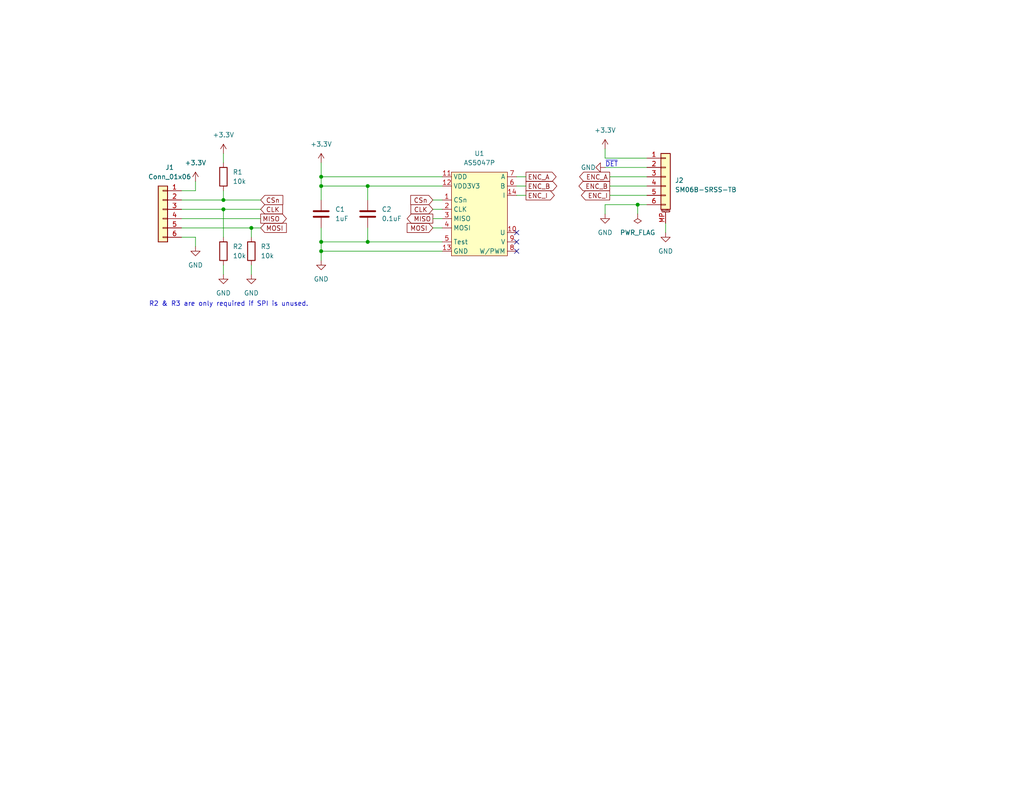
<source format=kicad_sch>
(kicad_sch (version 20230121) (generator eeschema)
  (paper "A")
  (lib_symbols
    (symbol "Connector_Generic:Conn_01x06" (pin_names (offset 1.016) hide)
      (property "Reference" "J" (at 0 7.62 0))
      (property "Value" "Conn_01x06" (at 0 -10.16 0))
      (symbol "Conn_01x06_1_1"
        (rectangle (start -1.27 -7.493) (end 0 -7.747) (stroke (width 0.1524)))
        (rectangle (start -1.27 -4.953) (end 0 -5.207) (stroke (width 0.1524)))
        (rectangle (start -1.27 -2.413) (end 0 -2.667) (stroke (width 0.1524)))
        (rectangle (start -1.27 0.127) (end 0 -0.127) (stroke (width 0.1524)))
        (rectangle (start -1.27 2.667) (end 0 2.413) (stroke (width 0.1524)))
        (rectangle (start -1.27 5.207) (end 0 4.953) (stroke (width 0.1524)))
        (rectangle (start -1.27 6.35) (end 1.27 -8.89) (stroke (width 0.254)) (fill (type background)))
        (pin passive line (at -5.08 5.08 0) (length 3.81) (name "Pin_1") (number "1"))
        (pin passive line (at -5.08 2.54 0) (length 3.81) (name "Pin_2") (number "2"))
        (pin passive line (at -5.08 0 0) (length 3.81) (name "Pin_3") (number "3"))
        (pin passive line (at -5.08 -2.54 0) (length 3.81) (name "Pin_4") (number "4"))
        (pin passive line (at -5.08 -5.08 0) (length 3.81) (name "Pin_5") (number "5"))
        (pin passive line (at -5.08 -7.62 0) (length 3.81) (name "Pin_6") (number "6"))
      )
    )
    (symbol "Connector_Generic_MountingPin:Conn_01x06_MountingPin" (pin_names (offset 1.016) hide)
      (property "Reference" "J" (at 0 7.62 0))
      (property "Value" "Conn_01x06_MountingPin" (at 1.27 -10.16 0))
      (symbol "Conn_01x06_MountingPin_1_1"
        (rectangle (start -1.27 -7.493) (end 0 -7.747) (stroke (width 0.1524)))
        (rectangle (start -1.27 -4.953) (end 0 -5.207) (stroke (width 0.1524)))
        (rectangle (start -1.27 -2.413) (end 0 -2.667) (stroke (width 0.1524)))
        (rectangle (start -1.27 0.127) (end 0 -0.127) (stroke (width 0.1524)))
        (rectangle (start -1.27 2.667) (end 0 2.413) (stroke (width 0.1524)))
        (rectangle (start -1.27 5.207) (end 0 4.953) (stroke (width 0.1524)))
        (rectangle (start -1.27 6.35) (end 1.27 -8.89) (stroke (width 0.254)) (fill (type background)))
        (polyline (pts (xy -1.016 -9.652) (xy 1.016 -9.652)) (stroke (width 0.1524)))
        (text "Mounting" (at 0 -9.271 0) (effects (font (size 0.381 0.381))))
        (pin passive line (at -5.08 5.08 0) (length 3.81) (name "Pin_1") (number "1"))
        (pin passive line (at -5.08 2.54 0) (length 3.81) (name "Pin_2") (number "2"))
        (pin passive line (at -5.08 0 0) (length 3.81) (name "Pin_3") (number "3"))
        (pin passive line (at -5.08 -2.54 0) (length 3.81) (name "Pin_4") (number "4"))
        (pin passive line (at -5.08 -5.08 0) (length 3.81) (name "Pin_5") (number "5"))
        (pin passive line (at -5.08 -7.62 0) (length 3.81) (name "Pin_6") (number "6"))
        (pin passive line (at 0 -12.7 90) (length 3.048) (name "MountPin") (number "MP"))
      )
    )
    (symbol "Device:C" (pin_numbers hide) (pin_names (offset 0.254))
      (property "Reference" "C" (at 0.635 2.54 0))
      (property "Value" "C" (at 0.635 -2.54 0))
      (symbol "C_0_1"
        (polyline (pts (xy -2.032 -0.762) (xy 2.032 -0.762)) (stroke (width 0.508)))
        (polyline (pts (xy -2.032 0.762) (xy 2.032 0.762)) (stroke (width 0.508)))
      )
      (symbol "C_1_1"
        (pin passive line (at 0 3.81 270) (length 2.794) (name "~") (number "1"))
        (pin passive line (at 0 -3.81 90) (length 2.794) (name "~") (number "2"))
      )
    )
    (symbol "Device:R" (pin_numbers hide) (pin_names (offset 0))
      (property "Reference" "R" (at 2.032 0 90))
      (property "Value" "R" (at 0 0 90))
      (symbol "R_0_1"
        (rectangle (start -1.016 -2.54) (end 1.016 2.54) (stroke (width 0.254)))
      )
      (symbol "R_1_1"
        (pin passive line (at 0 3.81 270) (length 1.27) (name "~") (number "1"))
        (pin passive line (at 0 -3.81 90) (length 1.27) (name "~") (number "2"))
      )
    )
    (symbol "ams:AS5047P"
      (property "Reference" "U" (at -6.35 12.7 0))
      (property "Value" "AS5047P" (at -2.54 -12.7 0))
      (symbol "AS5047P_0_1"
        (rectangle (start -7.62 11.43) (end 7.62 -11.43) (stroke (width 0.1524)) (fill (type background)))
      )
      (symbol "AS5047P_1_1"
        (pin input line (at -10.16 3.81 0) (length 2.54) (name "CSn") (number "1"))
        (pin output line (at 10.16 -5.08 180) (length 2.54) (name "U") (number "10"))
        (pin power_in line (at -10.16 10.16 0) (length 2.54) (name "VDD") (number "11"))
        (pin power_out line (at -10.16 7.62 0) (length 2.54) (name "VDD3V3") (number "12"))
        (pin power_in line (at -10.16 -10.16 0) (length 2.54) (name "GND") (number "13"))
        (pin output line (at 10.16 5.08 180) (length 2.54) (name "I") (number "14"))
        (pin input line (at -10.16 1.27 0) (length 2.54) (name "CLK") (number "2"))
        (pin output line (at -10.16 -1.27 0) (length 2.54) (name "MISO") (number "3"))
        (pin input line (at -10.16 -3.81 0) (length 2.54) (name "MOSI") (number "4"))
        (pin input line (at -10.16 -7.62 0) (length 2.54) (name "Test") (number "5"))
        (pin output line (at 10.16 7.62 180) (length 2.54) (name "B") (number "6"))
        (pin output line (at 10.16 10.16 180) (length 2.54) (name "A") (number "7"))
        (pin output line (at 10.16 -10.16 180) (length 2.54) (name "W/PWM") (number "8"))
        (pin output line (at 10.16 -7.62 180) (length 2.54) (name "V") (number "9"))
      )
    )
    (symbol "power:+3.3V" (power) (pin_names (offset 0))
      (property "Value" "+3.3V" (at 0 3.556 0))
      (symbol "+3.3V_0_1"
        (polyline (pts (xy -0.762 1.27) (xy 0 2.54)))
        (polyline (pts (xy 0 0) (xy 0 2.54)))
        (polyline (pts (xy 0 2.54) (xy 0.762 1.27)))
      )
      (symbol "+3.3V_1_1"
        (pin power_in line (at 0 0 90) (length 0) hide (name "+3.3V") (number "1"))
      )
    )
    (symbol "power:GND" (power) (pin_names (offset 0))
      (property "Value" "GND" (at 0 -3.81 0))
      (symbol "GND_0_1"
        (polyline (pts (xy 0 0) (xy 0 -1.27) (xy 1.27 -1.27) (xy 0 -2.54) (xy -1.27 -1.27) (xy 0 -1.27)))
      )
      (symbol "GND_1_1"
        (pin power_in line (at 0 0 270) (length 0) hide (name "GND") (number "1"))
      )
    )
    (symbol "power:PWR_FLAG" (power) (pin_numbers hide) (pin_names (offset 0) hide)
      (property "Value" "PWR_FLAG" (at 0 3.81 0))
      (symbol "PWR_FLAG_0_0"
        (pin power_out line (at 0 0 90) (length 0) (name "pwr") (number "1"))
      )
      (symbol "PWR_FLAG_0_1"
        (polyline (pts (xy 0 0) (xy 0 1.27) (xy -1.016 1.905) (xy 0 2.54) (xy 1.016 1.905) (xy 0 1.27)))
      )
    )
  )
  (junction (at 173.99 55.88))
  (junction (at 87.63 66.04))
  (junction (at 60.96 54.61))
  (junction (at 87.63 48.26))
  (junction (at 60.96 57.15))
  (junction (at 100.33 66.04))
  (junction (at 68.58 62.23))
  (junction (at 87.63 50.8))
  (junction (at 87.63 68.58))
  (junction (at 100.33 50.8))
  (no_connect (at 140.97 68.58))
  (no_connect (at 140.97 63.5))
  (no_connect (at 140.97 66.04))
  (wire (pts (xy 165.1 45.72) (xy 176.53 45.72)))
  (wire (pts (xy 166.37 48.26) (xy 176.53 48.26)))
  (wire (pts (xy 118.11 57.15) (xy 120.65 57.15)))
  (wire (pts (xy 166.37 50.8) (xy 176.53 50.8)))
  (wire (pts (xy 118.11 62.23) (xy 120.65 62.23)))
  (wire (pts (xy 87.63 50.8) (xy 87.63 48.26)))
  (wire (pts (xy 100.33 50.8) (xy 87.63 50.8)))
  (wire (pts (xy 120.65 50.8) (xy 100.33 50.8)))
  (wire (pts (xy 87.63 68.58) (xy 120.65 68.58)))
  (wire (pts (xy 100.33 62.23) (xy 100.33 66.04)))
  (wire (pts (xy 140.97 48.26) (xy 143.51 48.26)))
  (wire (pts (xy 140.97 53.34) (xy 143.51 53.34)))
  (wire (pts (xy 60.96 72.39) (xy 60.96 74.93)))
  (wire (pts (xy 165.1 55.88) (xy 165.1 58.42)))
  (wire (pts (xy 176.53 55.88) (xy 173.99 55.88)))
  (wire (pts (xy 140.97 50.8) (xy 143.51 50.8)))
  (wire (pts (xy 166.37 53.34) (xy 176.53 53.34)))
  (wire (pts (xy 60.96 57.15) (xy 60.96 64.77)))
  (wire (pts (xy 118.11 54.61) (xy 120.65 54.61)))
  (wire (pts (xy 49.53 59.69) (xy 71.12 59.69)))
  (wire (pts (xy 49.53 62.23) (xy 68.58 62.23)))
  (wire (pts (xy 68.58 62.23) (xy 71.12 62.23)))
  (wire (pts (xy 173.99 55.88) (xy 165.1 55.88)))
  (wire (pts (xy 173.99 55.88) (xy 173.99 58.42)))
  (wire (pts (xy 181.61 60.96) (xy 181.61 63.5)))
  (wire (pts (xy 60.96 41.91) (xy 60.96 44.45)))
  (wire (pts (xy 87.63 50.8) (xy 87.63 54.61)))
  (wire (pts (xy 118.11 59.69) (xy 120.65 59.69)))
  (wire (pts (xy 60.96 52.07) (xy 60.96 54.61)))
  (wire (pts (xy 49.53 57.15) (xy 60.96 57.15)))
  (wire (pts (xy 60.96 57.15) (xy 71.12 57.15)))
  (wire (pts (xy 68.58 62.23) (xy 68.58 64.77)))
  (wire (pts (xy 49.53 52.07) (xy 53.34 52.07)))
  (wire (pts (xy 53.34 49.53) (xy 53.34 52.07)))
  (wire (pts (xy 87.63 62.23) (xy 87.63 66.04)))
  (wire (pts (xy 87.63 66.04) (xy 87.63 68.58)))
  (wire (pts (xy 87.63 68.58) (xy 87.63 71.12)))
  (wire (pts (xy 87.63 66.04) (xy 100.33 66.04)))
  (wire (pts (xy 100.33 66.04) (xy 120.65 66.04)))
  (wire (pts (xy 49.53 54.61) (xy 60.96 54.61)))
  (wire (pts (xy 60.96 54.61) (xy 71.12 54.61)))
  (wire (pts (xy 165.1 40.64) (xy 165.1 43.18)))
  (wire (pts (xy 165.1 43.18) (xy 176.53 43.18)))
  (wire (pts (xy 100.33 50.8) (xy 100.33 54.61)))
  (wire (pts (xy 68.58 72.39) (xy 68.58 74.93)))
  (wire (pts (xy 87.63 48.26) (xy 87.63 44.45)))
  (wire (pts (xy 120.65 48.26) (xy 87.63 48.26)))
  (wire (pts (xy 49.53 64.77) (xy 53.34 64.77)))
  (wire (pts (xy 53.34 64.77) (xy 53.34 67.31)))
  (text "R2 & R3 are only required if SPI is unused." (at 40.64 83.82 0) (effects (font (size 1.27 1.27)) (justify left bottom)))
  (text "~{DET}" (at 165.1 45.72 0) (effects (font (size 1.27 1.27)) (justify left bottom)))
  (global_label "ENC_I" (shape output) (at 166.37 53.34 180) (property "Intersheetrefs" "${INTERSHEET_REFS}" (effects hide)))
  (global_label "CLK" (shape input) (at 118.11 57.15 180) (property "Intersheetrefs" "${INTERSHEET_REFS}" (effects hide)))
  (global_label "MISO" (shape output) (at 118.11 59.69 180) (property "Intersheetrefs" "${INTERSHEET_REFS}" (effects hide)))
  (global_label "ENC_B" (shape output) (at 143.51 50.8 0) (property "Intersheetrefs" "${INTERSHEET_REFS}" (effects hide)))
  (global_label "CSn" (shape input) (at 118.11 54.61 180) (property "Intersheetrefs" "${INTERSHEET_REFS}" (effects hide)))
  (global_label "MOSI" (shape input) (at 118.11 62.23 180) (property "Intersheetrefs" "${INTERSHEET_REFS}" (effects hide)))
  (global_label "ENC_I" (shape output) (at 143.51 53.34 0) (property "Intersheetrefs" "${INTERSHEET_REFS}" (effects hide)))
  (global_label "ENC_A" (shape output) (at 143.51 48.26 0) (property "Intersheetrefs" "${INTERSHEET_REFS}" (effects hide)))
  (global_label "ENC_B" (shape output) (at 166.37 50.8 180) (property "Intersheetrefs" "${INTERSHEET_REFS}" (effects hide)))
  (global_label "CLK" (shape input) (at 71.12 57.15 0) (property "Intersheetrefs" "${INTERSHEET_REFS}" (effects hide)))
  (global_label "CSn" (shape input) (at 71.12 54.61 0) (property "Intersheetrefs" "${INTERSHEET_REFS}" (effects hide)))
  (global_label "MOSI" (shape input) (at 71.12 62.23 0) (property "Intersheetrefs" "${INTERSHEET_REFS}" (effects hide)))
  (global_label "MISO" (shape output) (at 71.12 59.69 0) (property "Intersheetrefs" "${INTERSHEET_REFS}" (effects hide)))
  (global_label "ENC_A" (shape output) (at 166.37 48.26 180) (property "Intersheetrefs" "${INTERSHEET_REFS}" (effects hide)))
  (symbol (lib_id "power:GND") (at 53.34 67.31 0) (unit 1)
    (property "Reference" "#PWR02" (effects hide))
    (property "Value" "GND" (at 53.34 72.39 0))
  )
  (symbol (lib_id "power:GND") (at 181.61 63.5 0) (unit 1)
    (property "Reference" "#PWR011" (effects hide))
    (property "Value" "GND" (at 181.61 68.58 0))
  )
  (symbol (lib_id "Device:C") (at 87.63 58.42 0) (unit 1)
    (property "Reference" "C1" (at 91.44 57.1499 0) (effects (justify left)))
    (property "Value" "1uF" (at 91.44 59.6899 0) (effects (justify left)))
    (property "Footprint" "Capacitor_SMD:C_0402_1005Metric" (effects hide))
  )
  (symbol (lib_id "power:+3.3V") (at 165.1 40.64 0) (unit 1)
    (property "Reference" "#PWR08" (effects hide))
    (property "Value" "+3.3V" (at 165.1 35.56 0))
  )
  (symbol (lib_id "power:GND") (at 165.1 58.42 0) (unit 1)
    (property "Reference" "#PWR010" (effects hide))
    (property "Value" "GND" (at 165.1 63.5 0))
  )
  (symbol (lib_id "power:GND") (at 60.96 74.93 0) (unit 1)
    (property "Reference" "#PWR04" (effects hide))
    (property "Value" "GND" (at 60.96 80.01 0))
  )
  (symbol (lib_id "Device:R") (at 60.96 68.58 0) (unit 1)
    (property "Reference" "R2" (at 63.5 67.3099 0) (effects (justify left)))
    (property "Value" "10k" (at 63.5 69.8499 0) (effects (justify left)))
    (property "Footprint" "Resistor_SMD:R_0402_1005Metric" (effects hide))
  )
  (symbol (lib_id "power:GND") (at 68.58 74.93 0) (unit 1)
    (property "Reference" "#PWR05" (effects hide))
    (property "Value" "GND" (at 68.58 80.01 0))
  )
  (symbol (lib_id "ams:AS5047P") (at 130.81 58.42 0) (unit 1)
    (property "Reference" "U1" (at 130.81 41.91 0))
    (property "Value" "AS5047P" (at 130.81 44.45 0))
    (property "Footprint" "Package_SO:TSSOP-14_4.4x5mm_P0.65mm" (effects hide))
  )
  (symbol (lib_id "power:+3.3V") (at 53.34 49.53 0) (unit 1)
    (property "Reference" "#PWR01" (effects hide))
    (property "Value" "+3.3V" (at 53.34 44.45 0))
  )
  (symbol (lib_id "Device:C") (at 100.33 58.42 0) (unit 1)
    (property "Reference" "C2" (at 104.14 57.1499 0) (effects (justify left)))
    (property "Value" "0.1uF" (at 104.14 59.6899 0) (effects (justify left)))
    (property "Footprint" "Capacitor_SMD:C_0402_1005Metric" (effects hide))
  )
  (symbol (lib_id "Connector_Generic:Conn_01x06") (at 44.45 57.15 0) (mirror y) (unit 1)
    (property "Reference" "J1" (at 46.2915 45.72 0))
    (property "Value" "Conn_01x06" (at 46.2915 48.26 0))
    (property "Footprint" "wirepad:WirePad_1x6_P1.27mm_L5.08mm" (effects hide))
  )
  (symbol (lib_id "power:+3.3V") (at 87.63 44.45 0) (unit 1)
    (property "Reference" "#PWR06" (effects hide))
    (property "Value" "+3.3V" (at 87.63 39.37 0))
  )
  (symbol (lib_id "power:+3.3V") (at 60.96 41.91 0) (unit 1)
    (property "Reference" "#PWR03" (effects hide))
    (property "Value" "+3.3V" (at 60.96 36.83 0))
  )
  (symbol (lib_id "Connector_Generic_MountingPin:Conn_01x06_MountingPin") (at 181.61 48.26 0) (unit 1)
    (property "Reference" "J2" (at 184.15 49.2506 0) (effects (justify left)))
    (property "Value" "SM06B-SRSS-TB" (at 184.15 51.7906 0) (effects (justify left)))
    (property "Footprint" "Connector_JST:JST_SH_SM06B-SRSS-TB_1x06-1MP_P1.00mm_Horizontal" (effects hide))
  )
  (symbol (lib_id "power:PWR_FLAG") (at 173.99 58.42 180) (unit 1)
    (property "Reference" "#FLG01" (effects hide))
    (property "Value" "PWR_FLAG" (at 173.99 63.5 0))
  )
  (symbol (lib_id "power:GND") (at 87.63 71.12 0) (unit 1)
    (property "Reference" "#PWR07" (effects hide))
    (property "Value" "GND" (at 87.63 76.2 0))
  )
  (symbol (lib_id "Device:R") (at 68.58 68.58 0) (unit 1)
    (property "Reference" "R3" (at 71.12 67.3099 0) (effects (justify left)))
    (property "Value" "10k" (at 71.12 69.8499 0) (effects (justify left)))
    (property "Footprint" "Resistor_SMD:R_0402_1005Metric" (effects hide))
  )
  (symbol (lib_id "power:GND") (at 165.1 45.72 270) (unit 1)
    (property "Reference" "#PWR09" (effects hide))
    (property "Value" "GND" (at 162.56 45.72 90) (effects (justify right)))
  )
  (symbol (lib_id "Device:R") (at 60.96 48.26 0) (unit 1)
    (property "Reference" "R1" (at 63.5 46.9899 0) (effects (justify left)))
    (property "Value" "10k" (at 63.5 49.5299 0) (effects (justify left)))
    (property "Footprint" "Resistor_SMD:R_0402_1005Metric" (effects hide))
  )
)
</source>
